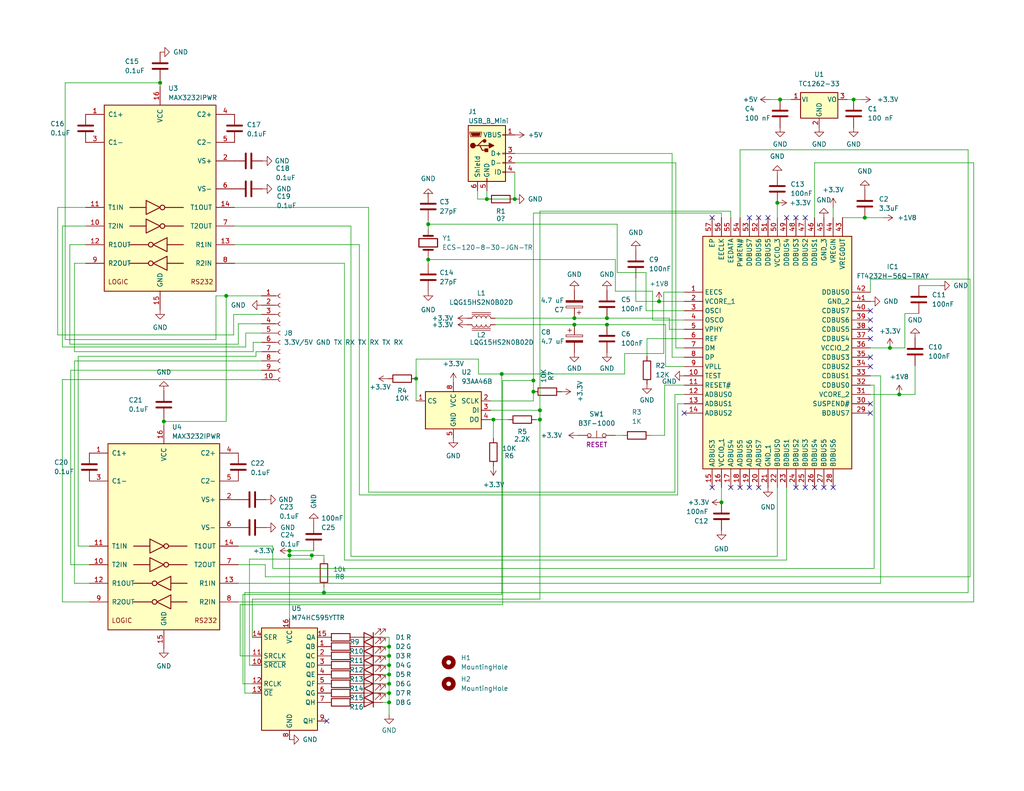
<source format=kicad_sch>
(kicad_sch (version 20230121) (generator eeschema)
  (paper "A")
  (title_block (title "UART Bus Board") (date "2023-08-15") (rev "A") (company "McMillan Enterprises") (comment 1 "https://mcmillan.website"))
  (lib_symbols
    (symbol "+1V8_1" (power) (pin_names (offset 0))
      (property "Value" "+1V8_1" (at 0 4.826 0))
      (symbol "+1V8_1_1_1"
        (pin passive line (at 0 0 90) (length 0) hide (name "+1V8") (number "1"))
      )
    )
    (symbol "+1V8_2" (power) (pin_names (offset 0))
      (property "Value" "+1V8_2" (at 0 3.81 90))
      (symbol "+1V8_2_1_1"
        (pin passive line (at 0 0 90) (length 0) hide (name "+1V8") (number "1"))
      )
    )
    (symbol "74xx:74HC595"
      (property "Reference" "U5" (at 0.508 18.034 0))
      (property "Value" "M74HC595YRM13TR" (at 0.508 15.494 0))
      (symbol "74HC595_1_0"
        (pin tri_state line (at 10.16 7.62 180) (length 2.54) (name "QB") (number "1"))
        (pin input line (at -10.16 2.54 0) (length 2.54) (name "~{SRCLR}") (number "10"))
        (pin input line (at -10.16 5.08 0) (length 2.54) (name "SRCLK") (number "11"))
        (pin input line (at -10.16 -2.54 0) (length 2.54) (name "RCLK") (number "12"))
        (pin input line (at -10.16 -5.08 0) (length 2.54) (name "~{OE}") (number "13"))
        (pin input line (at -10.16 10.16 0) (length 2.54) (name "SER") (number "14"))
        (pin tri_state line (at 10.16 10.16 180) (length 2.54) (name "QA") (number "15"))
        (pin passive line (at 0 15.24 270) (length 2.54) (name "VCC") (number "16"))
        (pin tri_state line (at 10.16 5.08 180) (length 2.54) (name "QC") (number "2"))
        (pin tri_state line (at 10.16 2.54 180) (length 2.54) (name "QD") (number "3"))
        (pin tri_state line (at 10.16 0 180) (length 2.54) (name "QE") (number "4"))
        (pin tri_state line (at 10.16 -2.54 180) (length 2.54) (name "QF") (number "5"))
        (pin tri_state line (at 10.16 -5.08 180) (length 2.54) (name "QG") (number "6"))
        (pin tri_state line (at 10.16 -7.62 180) (length 2.54) (name "QH") (number "7"))
        (pin passive line (at 0 -17.78 90) (length 2.54) (name "GND") (number "8"))
        (pin output line (at 10.16 -12.7 180) (length 2.54) (name "QH'") (number "9"))
      )
    )
    (symbol "Connector:Conn_01x10_Socket" (pin_names (offset 1.016) hide)
      (property "Reference" "J" (at 0 12.7 0))
      (property "Value" "Conn_01x10_Socket" (at 0 -15.24 0))
      (symbol "Conn_01x10_Socket_1_1"
        (pin passive line (at -5.08 10.16 0) (length 3.81) (name "Pin_1") (number "1"))
        (pin passive line (at -5.08 -12.7 0) (length 3.81) (name "Pin_10") (number "10"))
        (pin passive line (at -5.08 7.62 0) (length 3.81) (name "Pin_2") (number "2"))
        (pin passive line (at -5.08 5.08 0) (length 3.81) (name "Pin_3") (number "3"))
        (pin passive line (at -5.08 2.54 0) (length 3.81) (name "Pin_4") (number "4"))
        (pin passive line (at -5.08 0 0) (length 3.81) (name "Pin_5") (number "5"))
        (pin passive line (at -5.08 -2.54 0) (length 3.81) (name "Pin_6") (number "6"))
        (pin passive line (at -5.08 -5.08 0) (length 3.81) (name "Pin_7") (number "7"))
        (pin passive line (at -5.08 -7.62 0) (length 3.81) (name "Pin_8") (number "8"))
        (pin passive line (at -5.08 -10.16 0) (length 3.81) (name "Pin_9") (number "9"))
      )
    )
    (symbol "Connector:USB_B_Mini" (pin_names (offset 1.016))
      (property "Reference" "J" (at -5.08 11.43 0))
      (property "Value" "USB_B_Mini" (at -5.08 8.89 0))
      (symbol "USB_B_Mini_1_1"
        (pin power_out line (at 7.62 5.08 180) (length 2.54) (name "VBUS") (number "1"))
        (pin bidirectional line (at 7.62 -2.54 180) (length 2.54) (name "D-") (number "2"))
        (pin bidirectional line (at 7.62 0 180) (length 2.54) (name "D+") (number "3"))
        (pin passive line (at 7.62 -5.08 180) (length 2.54) (name "ID") (number "4"))
        (pin power_out line (at 0 -10.16 90) (length 2.54) (name "GND") (number "5"))
        (pin passive line (at -2.54 -10.16 90) (length 2.54) (name "Shield") (number "6"))
      )
    )
    (symbol "Custom:FT4232H-56Q-TRAY"
      (property "Reference" "IC1" (at 56.896 6.9281 0))
      (property "Value" "FT4232H-56Q-TRAY" (at 56.896 4.3881 0))
      (symbol "FT4232H-56Q-TRAY_1_1"
        (pin passive line (at 0 0 0) (length 5.08) (name "EECS") (number "1"))
        (pin passive line (at 0 -22.86 0) (length 5.08) (name "TEST") (number "10"))
        (pin passive line (at 0 -25.4 0) (length 5.08) (name "RESET#") (number "11"))
        (pin passive line (at 0 -27.94 0) (length 5.08) (name "ADBUS0") (number "12"))
        (pin passive line (at 0 -30.48 0) (length 5.08) (name "ADBUS1") (number "13"))
        (pin passive line (at 0 -33.02 0) (length 5.08) (name "ADBUS2") (number "14"))
        (pin passive line (at 7.62 -53.34 90) (length 5.08) (name "ADBUS3") (number "15"))
        (pin passive line (at 10.16 -53.34 90) (length 5.08) (name "VCCIO_1") (number "16"))
        (pin passive line (at 12.7 -53.34 90) (length 5.08) (name "ADBUS4") (number "17"))
        (pin passive line (at 15.24 -53.34 90) (length 5.08) (name "ADBUS5") (number "18"))
        (pin passive line (at 17.78 -53.34 90) (length 5.08) (name "ADBUS6") (number "19"))
        (pin passive line (at 0 -2.54 0) (length 5.08) (name "VCORE_1") (number "2"))
        (pin passive line (at 20.32 -53.34 90) (length 5.08) (name "ADBUS7") (number "20"))
        (pin passive line (at 22.86 -53.34 90) (length 5.08) (name "GND_1") (number "21"))
        (pin passive line (at 25.4 -53.34 90) (length 5.08) (name "BDBUS0") (number "22"))
        (pin passive line (at 27.94 -53.34 90) (length 5.08) (name "BDBUS1") (number "23"))
        (pin passive line (at 30.48 -53.34 90) (length 5.08) (name "BDBUS2") (number "24"))
        (pin passive line (at 33.02 -53.34 90) (length 5.08) (name "BDBUS3") (number "25"))
        (pin passive line (at 35.56 -53.34 90) (length 5.08) (name "BDBUS4") (number "26"))
        (pin passive line (at 38.1 -53.34 90) (length 5.08) (name "BDBUS5") (number "27"))
        (pin passive line (at 40.64 -53.34 90) (length 5.08) (name "BDBUS6") (number "28"))
        (pin passive line (at 50.8 -33.02 180) (length 5.08) (name "BDBUS7") (number "29"))
        (pin passive line (at 0 -5.08 0) (length 5.08) (name "OSCI") (number "3"))
        (pin passive line (at 50.8 -30.48 180) (length 5.08) (name "SUSPEND#") (number "30"))
        (pin passive line (at 50.8 -27.94 180) (length 5.08) (name "VCORE_2") (number "31"))
        (pin passive line (at 50.8 -25.4 180) (length 5.08) (name "CDBUS0") (number "32"))
        (pin passive line (at 50.8 -22.86 180) (length 5.08) (name "CDBUS1") (number "33"))
        (pin passive line (at 50.8 -20.32 180) (length 5.08) (name "CDBUS2") (number "34"))
        (pin passive line (at 50.8 -17.78 180) (length 5.08) (name "CDBUS3") (number "35"))
        (pin passive line (at 50.8 -15.24 180) (length 5.08) (name "VCCIO_2") (number "36"))
        (pin passive line (at 50.8 -12.7 180) (length 5.08) (name "CDBUS4") (number "37"))
        (pin passive line (at 50.8 -10.16 180) (length 5.08) (name "CDBUS5") (number "38"))
        (pin passive line (at 50.8 -7.62 180) (length 5.08) (name "CDBUS6") (number "39"))
        (pin passive line (at 0 -7.62 0) (length 5.08) (name "OSCO") (number "4"))
        (pin passive line (at 50.8 -5.08 180) (length 5.08) (name "CDBUS7") (number "40"))
        (pin passive line (at 50.8 -2.54 180) (length 5.08) (name "GND_2") (number "41"))
        (pin passive line (at 50.8 0 180) (length 5.08) (name "DDBUS0") (number "42"))
        (pin passive line (at 43.18 20.32 270) (length 5.08) (name "VREGOUT") (number "43"))
        (pin passive line (at 40.64 20.32 270) (length 5.08) (name "VREGIN") (number "44"))
        (pin passive line (at 38.1 20.32 270) (length 5.08) (name "GND_3") (number "45"))
        (pin passive line (at 35.56 20.32 270) (length 5.08) (name "DDBUS1") (number "46"))
        (pin passive line (at 33.02 20.32 270) (length 5.08) (name "DDBUS2") (number "47"))
        (pin passive line (at 30.48 20.32 270) (length 5.08) (name "DDBUS3") (number "48"))
        (pin passive line (at 27.94 20.32 270) (length 5.08) (name "DDBUS4") (number "49"))
        (pin passive line (at 0 -10.16 0) (length 5.08) (name "VPHY") (number "5"))
        (pin passive line (at 25.4 20.32 270) (length 5.08) (name "VCCIO_3") (number "50"))
        (pin passive line (at 22.86 20.32 270) (length 5.08) (name "DDBUS5") (number "51"))
        (pin passive line (at 20.32 20.32 270) (length 5.08) (name "DDBUS6") (number "52"))
        (pin passive line (at 17.78 20.32 270) (length 5.08) (name "DDBUS7") (number "53"))
        (pin passive line (at 15.24 20.32 270) (length 5.08) (name "PWREN#") (number "54"))
        (pin passive line (at 12.7 20.32 270) (length 5.08) (name "EEDATA") (number "55"))
        (pin passive line (at 10.16 20.32 270) (length 5.08) (name "EECLK") (number "56"))
        (pin passive line (at 7.62 20.32 270) (length 5.08) (name "EP") (number "57"))
        (pin passive line (at 0 -12.7 0) (length 5.08) (name "REF") (number "6"))
        (pin passive line (at 0 -15.24 0) (length 5.08) (name "DM") (number "7"))
        (pin passive line (at 0 -17.78 0) (length 5.08) (name "DP") (number "8"))
        (pin passive line (at 0 -20.32 0) (length 5.08) (name "VPLL") (number "9"))
      )
    )
    (symbol "Device:C" (pin_numbers hide) (pin_names (offset 0.254))
      (property "Reference" "C" (at 0.635 2.54 0))
      (property "Value" "C" (at 0.635 -2.54 0))
      (symbol "C_1_1"
        (pin passive line (at 0 3.81 270) (length 2.794) (name "~") (number "1"))
        (pin passive line (at 0 -3.81 90) (length 2.794) (name "~") (number "2"))
      )
    )
    (symbol "Device:C_Polarized" (pin_numbers hide) (pin_names (offset 0.254))
      (property "Reference" "C" (at 0.635 2.54 0))
      (property "Value" "C_Polarized" (at 0.635 -2.54 0))
      (symbol "C_Polarized_1_1"
        (pin passive line (at 0 3.81 270) (length 2.794) (name "~") (number "1"))
        (pin passive line (at 0 -3.81 90) (length 2.794) (name "~") (number "2"))
      )
    )
    (symbol "Device:Crystal" (pin_numbers hide) (pin_names (offset 1.016) hide)
      (property "Reference" "Y" (at 0 3.81 0))
      (property "Value" "Crystal" (at 0 -3.81 0))
      (symbol "Crystal_1_1"
        (pin passive line (at -3.81 0 0) (length 1.27) (name "1") (number "1"))
        (pin passive line (at 3.81 0 180) (length 1.27) (name "2") (number "2"))
      )
    )
    (symbol "Device:LED" (pin_numbers hide) (pin_names (offset 1.016) hide)
      (property "Reference" "D" (at 0 2.54 0))
      (property "Value" "LED" (at 0 -2.54 0))
      (symbol "LED_1_1"
        (pin passive line (at -3.81 0 0) (length 2.54) (name "K") (number "1"))
        (pin passive line (at 3.81 0 180) (length 2.54) (name "A") (number "2"))
      )
    )
    (symbol "Device:L_Iron" (pin_numbers hide) (pin_names (offset 1.016) hide)
      (property "Reference" "L" (at -1.27 0 90))
      (property "Value" "L_Iron" (at 2.794 0 90))
      (symbol "L_Iron_1_1"
        (pin passive line (at 0 3.81 270) (length 1.27) (name "1") (number "1"))
        (pin passive line (at 0 -3.81 90) (length 1.27) (name "2") (number "2"))
      )
    )
    (symbol "Device:R" (pin_numbers hide) (pin_names (offset 0))
      (property "Reference" "R" (at 2.032 0 90))
      (property "Value" "R" (at 0 0 90))
      (symbol "R_1_1"
        (pin passive line (at 0 3.81 270) (length 1.27) (name "~") (number "1"))
        (pin passive line (at 0 -3.81 90) (length 1.27) (name "~") (number "2"))
      )
    )
    (symbol "Interface_UART:MAX3232" (pin_names (offset 1.016))
      (property "Reference" "U4" (at 2.1941 29.972 0))
      (property "Value" "MAX3232IPWR" (at 2.1941 27.432 0))
      (symbol "MAX3232_0_0"
        (text "LOGIC" (at -11.43 -22.86 0) (effects (font (size 1.27 1.27))))
        (text "RS232" (at 11.43 -22.86 0) (effects (font (size 1.27 1.27))))
      )
      (symbol "MAX3232_1_1"
        (pin passive line (at -20.32 22.86 0) (length 5.08) (name "C1+") (number "1"))
        (pin input line (at -20.32 -7.62 0) (length 5.08) (name "T2IN") (number "10"))
        (pin input line (at -20.32 -2.54 0) (length 5.08) (name "T1IN") (number "11"))
        (pin output line (at -20.32 -12.7 0) (length 5.08) (name "R1OUT") (number "12"))
        (pin input line (at 20.32 -12.7 180) (length 5.08) (name "R1IN") (number "13"))
        (pin output line (at 20.32 -2.54 180) (length 5.08) (name "T1OUT") (number "14"))
        (pin passive line (at 0 -30.48 90) (length 5.08) (name "GND") (number "15"))
        (pin passive line (at 0 30.48 270) (length 5.08) (name "VCC") (number "16"))
        (pin power_out line (at 20.32 10.16 180) (length 5.08) (name "VS+") (number "2"))
        (pin passive line (at -20.32 15.24 0) (length 5.08) (name "C1-") (number "3"))
        (pin passive line (at 20.32 22.86 180) (length 5.08) (name "C2+") (number "4"))
        (pin passive line (at 20.32 15.24 180) (length 5.08) (name "C2-") (number "5"))
        (pin power_out line (at 20.32 2.54 180) (length 5.08) (name "VS-") (number "6"))
        (pin output line (at 20.32 -7.62 180) (length 5.08) (name "T2OUT") (number "7"))
        (pin input line (at 20.32 -17.78 180) (length 5.08) (name "R2IN") (number "8"))
        (pin output line (at -20.32 -17.78 0) (length 5.08) (name "R2OUT") (number "9"))
      )
    )
    (symbol "MAX3232_1" (pin_names (offset 1.016))
      (property "Reference" "U3" (at 2.1941 29.972 0))
      (property "Value" "MAX3232IPWR" (at 2.1941 27.432 0))
      (symbol "MAX3232_1_0_0"
        (text "LOGIC" (at -11.43 -22.86 0) (effects (font (size 1.27 1.27))))
        (text "RS232" (at 11.43 -22.86 0) (effects (font (size 1.27 1.27))))
      )
      (symbol "MAX3232_1_1_1"
        (pin passive line (at -20.32 22.86 0) (length 5.08) (name "C1+") (number "1"))
        (pin input line (at -20.32 -7.62 0) (length 5.08) (name "T2IN") (number "10"))
        (pin input line (at -20.32 -2.54 0) (length 5.08) (name "T1IN") (number "11"))
        (pin output line (at -20.32 -12.7 0) (length 5.08) (name "R1OUT") (number "12"))
        (pin input line (at 20.32 -12.7 180) (length 5.08) (name "R1IN") (number "13"))
        (pin output line (at 20.32 -2.54 180) (length 5.08) (name "T1OUT") (number "14"))
        (pin passive line (at 0 -30.48 90) (length 5.08) (name "GND") (number "15"))
        (pin passive line (at 0 30.48 270) (length 5.08) (name "VCC") (number "16"))
        (pin power_out line (at 20.32 10.16 180) (length 5.08) (name "VS+") (number "2"))
        (pin passive line (at -20.32 15.24 0) (length 5.08) (name "C1-") (number "3"))
        (pin passive line (at 20.32 22.86 180) (length 5.08) (name "C2+") (number "4"))
        (pin passive line (at 20.32 15.24 180) (length 5.08) (name "C2-") (number "5"))
        (pin power_out line (at 20.32 2.54 180) (length 5.08) (name "VS-") (number "6"))
        (pin output line (at 20.32 -7.62 180) (length 5.08) (name "T2OUT") (number "7"))
        (pin input line (at 20.32 -17.78 180) (length 5.08) (name "R2IN") (number "8"))
        (pin output line (at -20.32 -17.78 0) (length 5.08) (name "R2OUT") (number "9"))
      )
    )
    (symbol "Mechanical:MountingHole" (pin_names (offset 1.016))
      (property "Reference" "H" (at 0 5.08 0))
      (property "Value" "MountingHole" (at 0 3.175 0))
    )
    (symbol "Memory_EEPROM:93AAxxB"
      (property "Reference" "U" (at -7.62 6.35 0))
      (property "Value" "93AAxxB" (at 2.54 -6.35 0))
      (symbol "93AAxxB_1_1"
        (pin input line (at -10.16 2.54 0) (length 2.54) (name "CS") (number "1"))
        (pin input line (at 10.16 2.54 180) (length 2.54) (name "SCLK") (number "2"))
        (pin input line (at 10.16 0 180) (length 2.54) (name "DI") (number "3"))
        (pin tri_state line (at 10.16 -2.54 180) (length 2.54) (name "DO") (number "4"))
        (pin power_in line (at 0 -7.62 90) (length 2.54) (name "GND") (number "5"))
        (pin no_connect line (at -7.62 0 0) (length 2.54) hide (name "NC") (number "6"))
        (pin no_connect line (at -7.62 -2.54 0) (length 2.54) hide (name "NC") (number "7"))
        (pin power_in line (at 0 7.62 270) (length 2.54) (name "VCC") (number "8"))
      )
    )
    (symbol "Regulator_Linear:TC1262-33" (pin_names (offset 0.254))
      (property "Reference" "U" (at -3.81 3.175 0))
      (property "Value" "TC1262-33" (at 0 3.175 0))
      (symbol "TC1262-33_1_1"
        (pin power_in line (at -7.62 0 0) (length 2.54) (name "VI") (number "1"))
        (pin power_in line (at 0 -7.62 90) (length 2.54) (name "GND") (number "2"))
        (pin power_out line (at 7.62 0 180) (length 2.54) (name "VO") (number "3"))
      )
    )
    (symbol "Switch:SW_Push_Open" (pin_numbers hide) (pin_names (offset 1.016) hide)
      (property "Reference" "SW" (at 0 2.54 0))
      (property "Value" "SW_Push_Open" (at 0 -1.905 0))
      (symbol "SW_Push_Open_0_1"
        (pin passive line (at -5.08 0 0) (length 2.54) (name "A") (number "1"))
      )
      (symbol "SW_Push_Open_1_1"
        (pin passive line (at 5.08 0 180) (length 2.54) (name "B") (number "2"))
      )
    )
    (symbol "power:+1V8" (power) (pin_names (offset 0))
      (property "Value" "+1V8" (at 0 4.826 0))
      (symbol "+1V8_1_1"
        (pin passive line (at 0 0 90) (length 0) hide (name "+1V8") (number "1"))
      )
    )
    (symbol "power:+3.3V" (power) (pin_names (offset 0))
      (property "Value" "+3.3V" (at 0 3.556 0))
      (symbol "+3.3V_1_1"
        (pin power_in line (at 0 0 90) (length 0) hide (name "+3.3V") (number "1"))
      )
    )
    (symbol "power:+5V" (power) (pin_names (offset 0))
      (property "Value" "+5V" (at 0 3.556 0))
      (symbol "+5V_1_1"
        (pin power_in line (at 0 0 90) (length 0) hide (name "+5V") (number "1"))
      )
    )
    (symbol "power:GND" (power) (pin_names (offset 0))
      (property "Value" "GND" (at 0 -3.81 0))
      (symbol "GND_1_1"
        (pin power_in line (at 0 0 270) (length 0) hide (name "GND") (number "1"))
      )
    )
  )
  (junction (at 145.542 103.886))
  (junction (at 88.392 161.798))
  (junction (at 85.09 151.638))
  (junction (at 212.09 55.372))
  (junction (at 245.364 107.696))
  (junction (at 196.85 137.16))
  (junction (at 106.172 189.23))
  (junction (at 78.994 151.638))
  (junction (at 106.172 184.15))
  (junction (at 106.172 181.61))
  (junction (at 106.172 186.69))
  (junction (at 165.608 88.646))
  (junction (at 43.688 22.606))
  (junction (at 232.918 27.178))
  (junction (at 147.32 112.014))
  (junction (at 61.722 80.772))
  (junction (at 134.62 114.554))
  (junction (at 156.718 88.646))
  (junction (at 235.966 59.436))
  (junction (at 132.842 54.356))
  (junction (at 140.462 54.356))
  (junction (at 44.704 115.062))
  (junction (at 113.538 103.378))
  (junction (at 156.718 86.868))
  (junction (at 212.852 27.178))
  (junction (at 165.608 86.868))
  (junction (at 106.172 179.07))
  (junction (at 106.172 176.53))
  (junction (at 179.832 82.296))
  (junction (at 136.906 102.108))
  (junction (at 145.542 106.934))
  (junction (at 147.32 114.554))
  (junction (at 116.84 70.866))
  (junction (at 116.84 61.214))
  (junction (at 242.824 94.996))
  (junction (at 106.172 191.77))
  (junction (at 78.994 150.368))
  (no_connect (at 237.49 92.456))
  (no_connect (at 237.49 89.916))
  (no_connect (at 207.01 59.436))
  (no_connect (at 237.49 84.836))
  (no_connect (at 227.33 133.096))
  (no_connect (at 237.49 110.236))
  (no_connect (at 224.79 133.096))
  (no_connect (at 194.31 59.436))
  (no_connect (at 199.39 133.096))
  (no_connect (at 217.17 59.436))
  (no_connect (at 194.31 133.096))
  (no_connect (at 219.71 133.096))
  (no_connect (at 204.47 133.096))
  (no_connect (at 237.49 112.776))
  (no_connect (at 89.154 196.85))
  (no_connect (at 201.93 133.096))
  (no_connect (at 237.49 100.076))
  (no_connect (at 209.55 59.436))
  (no_connect (at 217.17 133.096))
  (no_connect (at 214.63 59.436))
  (no_connect (at 219.71 59.436))
  (no_connect (at 237.49 97.536))
  (no_connect (at 222.25 133.096))
  (no_connect (at 186.69 112.776))
  (no_connect (at 237.49 87.376))
  (no_connect (at 207.01 133.096))
  (no_connect (at 204.47 59.436))
  (wire (pts (xy 242.824 94.996) (xy 246.888 94.996)))
  (wire (pts (xy 212.09 59.436) (xy 212.09 55.372)))
  (wire (pts (xy 65.532 179.07) (xy 68.834 179.07)))
  (wire (pts (xy 167.894 79.502) (xy 167.894 70.866)))
  (wire (pts (xy 210.058 27.178) (xy 212.852 27.178)))
  (wire (pts (xy 64.008 71.882) (xy 93.98 71.882)))
  (wire (pts (xy 136.906 102.108) (xy 136.906 162.306)))
  (wire (pts (xy 104.394 176.53) (xy 106.172 176.53)))
  (wire (pts (xy 69.85 97.282) (xy 69.85 96.012)))
  (wire (pts (xy 264.668 76.2) (xy 237.49 76.2)))
  (wire (pts (xy 181.61 100.076) (xy 181.61 88.646)))
  (wire (pts (xy 43.688 21.844) (xy 43.688 22.606)))
  (wire (pts (xy 104.394 189.23) (xy 106.172 189.23)))
  (wire (pts (xy 104.394 186.69) (xy 106.172 186.69)))
  (wire (pts (xy 178.054 87.376) (xy 178.054 79.502)))
  (wire (pts (xy 72.39 154.178) (xy 72.39 157.48)))
  (wire (pts (xy 104.394 181.61) (xy 106.172 181.61)))
  (wire (pts (xy 113.538 103.378) (xy 113.538 109.474)))
  (wire (pts (xy 43.688 22.606) (xy 43.688 23.622)))
  (wire (pts (xy 137.16 103.886) (xy 137.16 165.1)))
  (wire (pts (xy 67.056 94.742) (xy 67.056 90.932)))
  (wire (pts (xy 58.928 92.71) (xy 58.928 80.772)))
  (wire (pts (xy 106.172 176.53) (xy 106.172 179.07)))
  (wire (pts (xy 170.434 96.52) (xy 170.434 102.108)))
  (wire (pts (xy 181.102 79.756) (xy 186.69 79.756)))
  (wire (pts (xy 167.894 118.872) (xy 169.926 118.872)))
  (wire (pts (xy 19.05 66.802) (xy 19.05 93.98)))
  (wire (pts (xy 184.15 107.696) (xy 186.69 107.696)))
  (wire (pts (xy 66.802 161.798) (xy 88.392 161.798)))
  (wire (pts (xy 15.748 91.44) (xy 63.754 91.44)))
  (wire (pts (xy 238.506 155.194) (xy 238.506 105.156)))
  (wire (pts (xy 184.912 110.236) (xy 186.69 110.236)))
  (wire (pts (xy 245.364 107.696) (xy 249.682 107.696)))
  (wire (pts (xy 133.858 112.014) (xy 147.32 112.014)))
  (wire (pts (xy 113.538 98.044) (xy 113.538 103.378)))
  (wire (pts (xy 17.018 61.722) (xy 17.018 94.742)))
  (wire (pts (xy 173.482 75.946) (xy 173.482 82.296)))
  (wire (pts (xy 237.49 107.696) (xy 245.364 107.696)))
  (wire (pts (xy 196.85 133.096) (xy 196.85 137.16)))
  (wire (pts (xy 140.462 41.91) (xy 183.388 41.91)))
  (wire (pts (xy 21.336 97.282) (xy 69.85 97.282)))
  (wire (pts (xy 44.704 115.062) (xy 44.704 116.078)))
  (wire (pts (xy 181.356 105.156) (xy 186.69 105.156)))
  (wire (pts (xy 78.994 151.638) (xy 85.09 151.638)))
  (wire (pts (xy 136.906 162.306) (xy 66.294 162.306)))
  (wire (pts (xy 63.754 85.852) (xy 71.374 85.852)))
  (wire (pts (xy 68.072 181.61) (xy 68.072 152.654)))
  (wire (pts (xy 95.758 151.892) (xy 212.09 151.892)))
  (wire (pts (xy 214.63 133.096) (xy 214.63 152.908)))
  (wire (pts (xy 145.542 103.886) (xy 145.542 58.166)))
  (wire (pts (xy 61.722 115.062) (xy 61.722 80.772)))
  (wire (pts (xy 156.718 86.868) (xy 165.608 86.868)))
  (wire (pts (xy 183.388 97.536) (xy 186.69 97.536)))
  (wire (pts (xy 106.172 189.23) (xy 106.172 191.77)))
  (wire (pts (xy 182.626 89.916) (xy 186.69 89.916)))
  (wire (pts (xy 100.584 56.642) (xy 100.584 134.366)))
  (wire (pts (xy 64.008 61.722) (xy 95.758 61.722)))
  (wire (pts (xy 104.394 184.15) (xy 106.172 184.15)))
  (wire (pts (xy 212.09 151.892) (xy 212.09 133.096)))
  (wire (pts (xy 65.024 159.258) (xy 240.284 159.258)))
  (wire (pts (xy 69.85 96.012) (xy 71.374 96.012)))
  (wire (pts (xy 44.704 115.062) (xy 61.722 115.062)))
  (wire (pts (xy 69.088 93.472) (xy 71.374 93.472)))
  (wire (pts (xy 85.09 151.638) (xy 88.392 151.638)))
  (wire (pts (xy 78.994 150.368) (xy 78.994 151.638)))
  (wire (pts (xy 176.53 92.456) (xy 176.53 97.282)))
  (wire (pts (xy 237.49 94.996) (xy 242.824 94.996)))
  (wire (pts (xy 133.858 109.474) (xy 145.542 109.474)))
  (wire (pts (xy 182.626 89.916) (xy 182.626 86.868)))
  (wire (pts (xy 20.32 71.882) (xy 20.32 96.012)))
  (wire (pts (xy 167.894 70.866) (xy 116.84 70.866)))
  (wire (pts (xy 165.608 86.868) (xy 182.626 86.868)))
  (wire (pts (xy 212.852 27.178) (xy 215.9 27.178)))
  (wire (pts (xy 98.044 135.128) (xy 184.912 135.128)))
  (wire (pts (xy 65.024 93.98) (xy 65.024 88.392)))
  (wire (pts (xy 178.054 87.376) (xy 186.69 87.376)))
  (wire (pts (xy 184.404 94.996) (xy 186.69 94.996)))
  (wire (pts (xy 184.15 134.366) (xy 184.15 107.696)))
  (wire (pts (xy 140.462 54.356) (xy 140.462 46.99)))
  (wire (pts (xy 15.748 56.642) (xy 15.748 91.44)))
  (wire (pts (xy 181.102 79.756) (xy 181.102 96.52)))
  (wire (pts (xy 238.506 105.156) (xy 237.49 105.156)))
  (wire (pts (xy 78.994 151.638) (xy 78.994 168.91)))
  (wire (pts (xy 74.422 155.194) (xy 238.506 155.194)))
  (wire (pts (xy 88.392 161.798) (xy 264.16 161.798)))
  (wire (pts (xy 147.32 163.576) (xy 147.32 114.554)))
  (wire (pts (xy 65.024 88.392) (xy 71.374 88.392)))
  (wire (pts (xy 93.98 152.908) (xy 214.63 152.908)))
  (wire (pts (xy 23.368 61.722) (xy 17.018 61.722)))
  (wire (pts (xy 65.024 149.098) (xy 74.422 149.098)))
  (wire (pts (xy 106.172 184.15) (xy 106.172 186.69)))
  (wire (pts (xy 17.018 94.742) (xy 67.056 94.742)))
  (wire (pts (xy 176.53 92.456) (xy 186.69 92.456)))
  (wire (pts (xy 106.172 191.77) (xy 106.172 195.072)))
  (wire (pts (xy 156.718 88.646) (xy 165.608 88.646)))
  (wire (pts (xy 265.684 164.338) (xy 265.684 44.45)))
  (wire (pts (xy 130.302 54.356) (xy 132.842 54.356)))
  (wire (pts (xy 20.32 98.552) (xy 71.374 98.552)))
  (wire (pts (xy 165.608 88.646) (xy 181.61 88.646)))
  (wire (pts (xy 133.858 114.554) (xy 134.62 114.554)))
  (wire (pts (xy 176.276 84.836) (xy 176.276 74.422)))
  (wire (pts (xy 85.09 152.654) (xy 85.09 151.638)))
  (wire (pts (xy 145.542 103.886) (xy 137.16 103.886)))
  (wire (pts (xy 135.128 88.646) (xy 156.718 88.646)))
  (wire (pts (xy 88.392 151.638) (xy 88.392 152.654)))
  (wire (pts (xy 132.842 52.07) (xy 132.842 54.356)))
  (wire (pts (xy 93.98 71.882) (xy 93.98 152.908)))
  (wire (pts (xy 19.304 154.178) (xy 19.304 101.092)))
  (wire (pts (xy 176.276 74.422) (xy 168.402 74.422)))
  (wire (pts (xy 68.834 181.61) (xy 68.072 181.61)))
  (wire (pts (xy 23.368 71.882) (xy 20.32 71.882)))
  (wire (pts (xy 237.49 76.2) (xy 237.49 79.756)))
  (wire (pts (xy 136.906 102.108) (xy 130.556 102.108)))
  (wire (pts (xy 58.928 80.772) (xy 61.722 80.772)))
  (wire (pts (xy 168.402 74.422) (xy 168.402 61.214)))
  (wire (pts (xy 232.918 27.178) (xy 231.14 27.178)))
  (wire (pts (xy 61.722 80.772) (xy 71.374 80.772)))
  (wire (pts (xy 17.78 92.71) (xy 58.928 92.71)))
  (wire (pts (xy 17.018 103.632) (xy 71.374 103.632)))
  (wire (pts (xy 240.284 102.616) (xy 237.49 102.616)))
  (wire (pts (xy 145.542 109.474) (xy 145.542 106.934)))
  (wire (pts (xy 135.128 86.868) (xy 156.718 86.868)))
  (wire (pts (xy 184.912 135.128) (xy 184.912 110.236)))
  (wire (pts (xy 140.462 44.45) (xy 184.404 44.45)))
  (wire (pts (xy 134.62 114.554) (xy 138.684 114.554)))
  (wire (pts (xy 265.684 44.45) (xy 222.25 44.45)))
  (wire (pts (xy 106.172 181.61) (xy 106.172 184.15)))
  (wire (pts (xy 24.384 164.338) (xy 17.018 164.338)))
  (wire (pts (xy 146.304 114.554) (xy 147.32 114.554)))
  (wire (pts (xy 201.93 40.894) (xy 201.93 59.436)))
  (wire (pts (xy 98.044 66.802) (xy 98.044 135.128)))
  (wire (pts (xy 21.336 149.098) (xy 21.336 97.282)))
  (wire (pts (xy 137.16 165.1) (xy 65.532 165.1)))
  (wire (pts (xy 23.368 56.642) (xy 15.748 56.642)))
  (wire (pts (xy 116.84 61.214) (xy 116.84 62.484)))
  (wire (pts (xy 44.704 114.3) (xy 44.704 115.062)))
  (wire (pts (xy 246.888 85.598) (xy 250.698 85.598)))
  (wire (pts (xy 235.966 59.436) (xy 241.046 59.436)))
  (wire (pts (xy 24.384 159.258) (xy 20.32 159.258)))
  (wire (pts (xy 19.05 93.98) (xy 65.024 93.98)))
  (wire (pts (xy 43.688 22.606) (xy 17.78 22.606)))
  (wire (pts (xy 66.294 186.69) (xy 68.834 186.69)))
  (wire (pts (xy 85.598 150.368) (xy 78.994 150.368)))
  (wire (pts (xy 199.39 57.658) (xy 199.39 59.436)))
  (wire (pts (xy 116.84 70.866) (xy 116.84 70.104)))
  (wire (pts (xy 130.556 98.044) (xy 113.538 98.044)))
  (wire (pts (xy 17.018 164.338) (xy 17.018 103.632)))
  (wire (pts (xy 104.394 173.99) (xy 106.172 173.99)))
  (wire (pts (xy 95.758 61.722) (xy 95.758 151.892)))
  (wire (pts (xy 234.95 27.178) (xy 232.918 27.178)))
  (wire (pts (xy 229.87 59.436) (xy 235.966 59.436)))
  (wire (pts (xy 170.434 102.108) (xy 136.906 102.108)))
  (wire (pts (xy 100.584 134.366) (xy 184.15 134.366)))
  (wire (pts (xy 249.682 99.822) (xy 249.682 107.696)))
  (wire (pts (xy 177.546 118.872) (xy 181.356 118.872)))
  (wire (pts (xy 66.294 162.306) (xy 66.294 186.69)))
  (wire (pts (xy 64.008 56.642) (xy 100.584 56.642)))
  (wire (pts (xy 196.85 58.166) (xy 196.85 59.436)))
  (wire (pts (xy 132.842 54.356) (xy 140.462 54.356)))
  (wire (pts (xy 181.356 105.156) (xy 181.356 118.872)))
  (wire (pts (xy 176.276 84.836) (xy 186.69 84.836)))
  (wire (pts (xy 20.32 159.258) (xy 20.32 98.552)))
  (wire (pts (xy 65.024 154.178) (xy 72.39 154.178)))
  (wire (pts (xy 116.84 60.198) (xy 116.84 61.214)))
  (wire (pts (xy 23.368 66.802) (xy 19.05 66.802)))
  (wire (pts (xy 17.78 22.606) (xy 17.78 92.71)))
  (wire (pts (xy 184.404 44.45) (xy 184.404 94.996)))
  (wire (pts (xy 68.834 173.99) (xy 68.834 163.576)))
  (wire (pts (xy 264.668 157.48) (xy 264.668 76.2)))
  (wire (pts (xy 104.394 191.77) (xy 106.172 191.77)))
  (wire (pts (xy 116.84 61.214) (xy 168.402 61.214)))
  (wire (pts (xy 181.102 96.52) (xy 170.434 96.52)))
  (wire (pts (xy 20.32 96.012) (xy 69.088 96.012)))
  (wire (pts (xy 145.542 106.934) (xy 145.542 103.886)))
  (wire (pts (xy 227.33 56.642) (xy 227.33 59.436)))
  (wire (pts (xy 65.024 164.338) (xy 265.684 164.338)))
  (wire (pts (xy 74.422 149.098) (xy 74.422 155.194)))
  (wire (pts (xy 250.698 77.978) (xy 256.54 77.978)))
  (wire (pts (xy 72.39 157.48) (xy 264.668 157.48)))
  (wire (pts (xy 106.172 173.99) (xy 106.172 176.53)))
  (wire (pts (xy 24.384 154.178) (xy 19.304 154.178)))
  (wire (pts (xy 240.284 159.258) (xy 240.284 102.616)))
  (wire (pts (xy 147.32 57.658) (xy 199.39 57.658)))
  (wire (pts (xy 130.302 52.07) (xy 130.302 54.356)))
  (wire (pts (xy 181.61 100.076) (xy 186.69 100.076)))
  (wire (pts (xy 106.172 186.69) (xy 106.172 189.23)))
  (wire (pts (xy 65.532 165.1) (xy 65.532 179.07)))
  (wire (pts (xy 130.556 102.108) (xy 130.556 98.044)))
  (wire (pts (xy 179.832 82.296) (xy 186.69 82.296)))
  (wire (pts (xy 264.16 161.798) (xy 264.16 40.894)))
  (wire (pts (xy 116.84 71.882) (xy 116.84 70.866)))
  (wire (pts (xy 246.888 85.598) (xy 246.888 94.996)))
  (wire (pts (xy 64.008 66.802) (xy 98.044 66.802)))
  (wire (pts (xy 134.62 119.634) (xy 134.62 114.554)))
  (wire (pts (xy 88.392 160.274) (xy 88.392 161.798)))
  (wire (pts (xy 67.056 90.932) (xy 71.374 90.932)))
  (wire (pts (xy 106.172 179.07) (xy 106.172 181.61)))
  (wire (pts (xy 147.32 112.014) (xy 147.32 57.658)))
  (wire (pts (xy 68.072 152.654) (xy 85.09 152.654)))
  (wire (pts (xy 63.754 91.44) (xy 63.754 85.852)))
  (wire (pts (xy 147.32 114.554) (xy 147.32 112.014)))
  (wire (pts (xy 116.84 52.578) (xy 116.84 54.102)))
  (wire (pts (xy 222.25 44.45) (xy 222.25 59.436)))
  (wire (pts (xy 24.384 149.098) (xy 21.336 149.098)))
  (wire (pts (xy 183.388 41.91) (xy 183.388 97.536)))
  (wire (pts (xy 145.542 58.166) (xy 196.85 58.166)))
  (wire (pts (xy 264.16 40.894) (xy 201.93 40.894)))
  (wire (pts (xy 69.088 96.012) (xy 69.088 93.472)))
  (wire (pts (xy 178.054 79.502) (xy 167.894 79.502)))
  (wire (pts (xy 68.834 163.576) (xy 147.32 163.576)))
  (wire (pts (xy 68.834 189.23) (xy 66.802 189.23)))
  (wire (pts (xy 19.304 101.092) (xy 71.374 101.092)))
  (wire (pts (xy 66.802 189.23) (xy 66.802 161.798)))
  (wire (pts (xy 104.394 179.07) (xy 106.172 179.07)))
  (wire (pts (xy 173.482 82.296) (xy 179.832 82.296)))
  (symbol (lib_id "power:GND") (at 116.84 79.502 0) (unit 1)
    (property "Reference" "#PWR038" (effects hide))
    (property "Value" "GND" (at 116.84 84.582 0))
  )
  (symbol (lib_id "Connector:Conn_01x10_Socket") (at 76.454 90.932 0) (unit 1)
    (property "Reference" "J8" (at 77.47 90.932 0) (effects (justify left)))
    (property "Value" "3.3V/5V GND TX RX TX RX TX RX" (at 77.47 93.472 0) (effects (justify left)))
    (property "Footprint" "Connector_JST:JST_XH_B10B-XH-A_1x10_P2.50mm_Vertical" (effects hide))
  )
  (symbol (lib_name "+1V8_1") (lib_id "power:+1V8") (at 179.832 82.296 0) (unit 1)
    (property "Reference" "#PWR026" (effects hide))
    (property "Value" "+1V8" (at 179.832 77.47 0))
  )
  (symbol (lib_id "power:GND") (at 72.644 144.018 90) (unit 1)
    (property "Reference" "#PWR046" (effects hide))
    (property "Value" "GND" (at 76.454 144.018 90) (effects (justify right)))
  )
  (symbol (lib_id "power:GND") (at 249.682 92.202 180) (unit 1)
    (property "Reference" "#PWR027" (effects hide))
    (property "Value" "GND" (at 249.682 87.376 0))
  )
  (symbol (lib_id "Device:R") (at 92.964 173.99 90) (unit 1)
    (property "Reference" "R9" (at 96.774 175.26 90))
    (property "Value" "330R" (effects hide))
    (property "Footprint" "Resistor_SMD:R_0201_0603Metric" (effects hide))
  )
  (symbol (lib_id "power:GND") (at 156.718 79.248 180) (unit 1)
    (property "Reference" "#PWR018" (effects hide))
    (property "Value" "GND" (at 156.718 74.93 0))
  )
  (symbol (lib_id "Device:R") (at 134.62 123.444 180) (unit 1)
    (property "Reference" "R6" (at 138.938 124.46 0))
    (property "Value" "10K" (at 138.938 122.428 0))
    (property "Footprint" "Resistor_SMD:R_0201_0603Metric" (effects hide))
  )
  (symbol (lib_id "Device:C") (at 65.024 127.508 0) (unit 1)
    (property "Reference" "C22" (at 68.326 126.492 0) (effects (justify left)))
    (property "Value" "0.1uF" (at 68.326 129.032 0) (effects (justify left)))
    (property "Footprint" "Capacitor_SMD:C_0201_0603Metric" (effects hide))
  )
  (symbol (lib_id "power:GND") (at 224.79 59.436 180) (unit 1)
    (property "Reference" "#PWR022" (effects hide))
    (property "Value" "GND" (at 224.79 54.61 0))
  )
  (symbol (lib_id "Device:C") (at 64.008 35.052 0) (unit 1)
    (property "Reference" "C17" (at 67.31 34.036 0) (effects (justify left)))
    (property "Value" "0.1uF" (at 67.31 36.576 0) (effects (justify left)))
    (property "Footprint" "Capacitor_SMD:C_0201_0603Metric" (effects hide))
  )
  (symbol (lib_id "Device:C") (at 43.688 18.034 0) (unit 1)
    (property "Reference" "C15" (at 34.036 16.764 0) (effects (justify left)))
    (property "Value" "0.1uF" (at 34.036 19.304 0) (effects (justify left)))
    (property "Footprint" "Capacitor_SMD:C_0201_0603Metric" (effects hide))
  )
  (symbol (lib_id "Device:R") (at 142.494 114.554 90) (unit 1)
    (property "Reference" "R5" (at 142.494 117.856 90))
    (property "Value" "2.2K" (at 142.494 119.888 90))
    (property "Footprint" "Resistor_SMD:R_0201_0603Metric" (effects hide))
  )
  (symbol (lib_id "power:GND") (at 235.966 51.816 180) (unit 1)
    (property "Reference" "#PWR011" (effects hide))
    (property "Value" "GND" (at 235.966 46.736 0))
  )
  (symbol (lib_id "Device:R") (at 92.964 179.07 90) (unit 1)
    (property "Reference" "R11" (at 97.282 180.34 90))
    (property "Value" "330R" (effects hide))
    (property "Footprint" "Resistor_SMD:R_0201_0603Metric" (effects hide))
  )
  (symbol (lib_id "power:GND") (at 71.628 51.562 90) (unit 1)
    (property "Reference" "#PWR039" (effects hide))
    (property "Value" "GND" (at 75.438 51.562 90) (effects (justify right)))
  )
  (symbol (lib_id "Memory_EEPROM:93AAxxB") (at 123.698 112.014 0) (unit 1)
    (property "Reference" "U2" (at 125.8921 101.6 0) (effects (justify left)))
    (property "Value" "93AA46B" (at 125.8921 104.14 0) (effects (justify left)))
    (property "Footprint" "Package_SO:MSOP-8_3x3mm_P0.65mm" (effects hide))
    (property "Datasheet" "http://ww1.microchip.com/downloads/en/DeviceDoc/20001749K.pdf" (effects hide))
  )
  (symbol (lib_id "74xx:74HC595") (at 78.994 184.15 0) (unit 1)
    (property "Reference" "U5" (at 79.502 166.116 0) (effects (justify left)))
    (property "Value" "M74HC595YTTR" (at 79.502 168.656 0) (effects (justify left)))
    (property "Footprint" "Package_SO:TSSOP-16_4.4x5mm_P0.65mm" (effects hide))
    (property "Datasheet" "http://www.ti.com/lit/ds/symlink/sn74hc595.pdf" (effects hide))
  )
  (symbol (lib_id "power:GND") (at 237.49 82.296 90) (unit 1)
    (property "Reference" "#PWR023" (effects hide))
    (property "Value" "GND" (at 241.046 82.296 90) (effects (justify right)))
  )
  (symbol (lib_id "power:GND") (at 156.718 96.266 0) (unit 1)
    (property "Reference" "#PWR020" (effects hide))
    (property "Value" "GND" (at 156.718 100.584 0))
  )
  (symbol (lib_id "Device:C") (at 116.84 75.692 0) (unit 1)
    (property "Reference" "C14" (at 119.888 74.422 0) (effects (justify left)))
    (property "Value" "27pF" (at 119.888 76.962 0) (effects (justify left)))
    (property "Footprint" "Capacitor_SMD:C_0201_0603Metric" (effects hide))
  )
  (symbol (lib_id "power:+3.3V") (at 242.824 94.996 0) (unit 1)
    (property "Reference" "#PWR02" (effects hide))
    (property "Value" "+3.3V" (at 242.824 90.424 0))
  )
  (symbol (lib_id "power:+3.3V") (at 212.09 55.372 270) (unit 1)
    (property "Reference" "#PWR032" (effects hide))
    (property "Value" "+3.3V" (at 215.392 55.372 90) (effects (justify left)))
  )
  (symbol (lib_id "Device:C") (at 116.84 56.388 0) (unit 1)
    (property "Reference" "C3" (at 119.888 55.118 0) (effects (justify left)))
    (property "Value" "27pF" (at 119.888 57.658 0) (effects (justify left)))
    (property "Footprint" "Capacitor_SMD:C_0201_0603Metric" (effects hide))
  )
  (symbol (lib_id "Connector:USB_B_Mini") (at 132.842 41.91 0) (unit 1)
    (property "Reference" "J1" (at 127.762 30.48 0) (effects (justify left)))
    (property "Value" "USB_B_Mini" (at 127.762 33.02 0) (effects (justify left)))
    (property "Footprint" "Connector_USB:USB_Mini-B_Tensility_54-00023_Vertical" (effects hide))
  )
  (symbol (lib_id "Device:C") (at 249.682 96.012 0) (unit 1)
    (property "Reference" "C10" (at 253.238 94.742 0) (effects (justify left)))
    (property "Value" "100nF" (at 253.238 97.282 0) (effects (justify left)))
    (property "Footprint" "Capacitor_SMD:C_0201_0603Metric" (effects hide))
  )
  (symbol (lib_id "Device:LED") (at 100.584 184.15 180) (unit 1)
    (property "Reference" "D5" (at 109.22 184.15 0))
    (property "Value" "R" (at 111.506 184.15 0))
    (property "Footprint" "LED_SMD:LED_0603_1608Metric" (effects hide))
  )
  (symbol (lib_id "Device:C") (at 85.598 146.558 0) (unit 1)
    (property "Reference" "C25" (at 87.63 144.018 0) (effects (justify left)))
    (property "Value" "100nF" (at 87.63 141.478 0) (effects (justify left)))
    (property "Footprint" "Capacitor_SMD:C_0201_0603Metric" (effects hide))
  )
  (symbol (lib_name "+1V8_2") (lib_id "power:+1V8") (at 241.046 59.436 270) (unit 1)
    (property "Reference" "#PWR012" (effects hide))
    (property "Value" "+1V8" (at 244.856 59.436 90) (effects (justify left)))
  )
  (symbol (lib_id "power:GND") (at 85.598 142.748 180) (unit 1)
    (property "Reference" "#PWR051" (effects hide))
    (property "Value" "GND" (at 85.598 138.938 90) (effects (justify right)))
  )
  (symbol (lib_id "power:GND") (at 165.608 96.266 0) (unit 1)
    (property "Reference" "#PWR021" (effects hide))
    (property "Value" "GND" (at 165.608 100.584 0))
  )
  (symbol (lib_id "power:GND") (at 196.85 144.78 0) (unit 1)
    (property "Reference" "#PWR031" (effects hide))
    (property "Value" "GND" (at 196.85 149.86 0))
  )
  (symbol (lib_id "power:+5V") (at 140.462 36.83 270) (unit 1)
    (property "Reference" "#PWR04" (effects hide))
    (property "Value" "+5V" (at 144.018 36.83 90) (effects (justify left)))
  )
  (symbol (lib_id "power:GND") (at 123.698 119.634 0) (unit 1)
    (property "Reference" "#PWR014" (effects hide))
    (property "Value" "GND" (at 123.698 124.46 0))
  )
  (symbol (lib_id "power:GND") (at 72.644 136.398 90) (unit 1)
    (property "Reference" "#PWR043" (effects hide))
    (property "Value" "GND" (at 75.946 136.398 90) (effects (justify right)))
  )
  (symbol (lib_id "Device:Crystal") (at 116.84 66.294 90) (unit 1)
    (property "Reference" "Y1" (at 120.65 65.024 90) (effects (justify right)))
    (property "Value" "ECS-120-8-30-JGN-TR" (at 120.65 67.564 90) (effects (justify right)))
    (property "Footprint" "Crystal:Crystal_SMD_5032-2Pin_5.0x3.2mm" (effects hide))
  )
  (symbol (lib_id "Device:C") (at 68.834 136.398 270) (unit 1)
    (property "Reference" "C23" (at 76.2 138.43 90) (effects (justify left)))
    (property "Value" "0.1uF" (at 76.2 140.97 90) (effects (justify left)))
    (property "Footprint" "Capacitor_SMD:C_0201_0603Metric" (effects hide))
  )
  (symbol (lib_id "power:GND") (at 173.482 68.326 180) (unit 1)
    (property "Reference" "#PWR025" (effects hide))
    (property "Value" "GND" (at 173.482 63.5 0))
  )
  (symbol (lib_id "Device:R") (at 92.964 176.53 90) (unit 1)
    (property "Reference" "R10" (at 97.282 177.8 90))
    (property "Value" "330R" (effects hide))
    (property "Footprint" "Resistor_SMD:R_0201_0603Metric" (effects hide))
  )
  (symbol (lib_id "Device:R") (at 92.964 184.15 90) (unit 1)
    (property "Reference" "R13" (at 97.282 185.42 90))
    (property "Value" "330R" (effects hide))
    (property "Footprint" "Resistor_SMD:R_0201_0603Metric" (effects hide))
  )
  (symbol (lib_id "Device:R") (at 92.964 186.69 90) (unit 1)
    (property "Reference" "R14" (at 97.282 187.96 90))
    (property "Value" "330R" (effects hide))
    (property "Footprint" "Resistor_SMD:R_0201_0603Metric" (effects hide))
  )
  (symbol (lib_id "Device:LED") (at 100.584 186.69 180) (unit 1)
    (property "Reference" "D6" (at 109.22 186.69 0))
    (property "Value" "G" (at 111.506 186.69 0))
    (property "Footprint" "LED_SMD:LED_0603_1608Metric" (effects hide))
  )
  (symbol (lib_id "Regulator_Linear:TC1262-33") (at 223.52 27.178 0) (unit 1)
    (property "Reference" "U1" (at 223.52 20.32 0))
    (property "Value" "TC1262-33" (at 223.52 22.86 0))
    (property "Footprint" "Package_TO_SOT_SMD:SOT-223-3_TabPin2" (effects hide))
    (property "Datasheet" "http://ww1.microchip.com/downloads/en/DeviceDoc/21373C.pdf" (effects hide))
  )
  (symbol (lib_id "Device:R") (at 92.964 181.61 90) (unit 1)
    (property "Reference" "R12" (at 97.282 182.88 90))
    (property "Value" "330R" (effects hide))
    (property "Footprint" "Resistor_SMD:R_0201_0603Metric" (effects hide))
  )
  (symbol (lib_id "Device:LED") (at 100.584 173.99 180) (unit 1)
    (property "Reference" "D1" (at 109.22 173.99 0))
    (property "Value" "R" (at 111.506 173.99 0))
    (property "Footprint" "LED_SMD:LED_0603_1608Metric" (effects hide))
  )
  (symbol (lib_id "Mechanical:MountingHole") (at 122.428 180.848 0) (unit 1)
    (property "Reference" "H1" (at 125.73 179.578 0) (effects (justify left)))
    (property "Value" "MountingHole" (at 125.73 182.118 0) (effects (justify left)))
    (property "Footprint" "MountingHole:MountingHole_2.2mm_M2" (effects hide))
  )
  (symbol (lib_id "Device:R") (at 109.728 103.378 90) (unit 1)
    (property "Reference" "R4" (at 109.728 106.68 90))
    (property "Value" "10K" (at 109.728 108.712 90))
    (property "Footprint" "Resistor_SMD:R_0201_0603Metric" (effects hide))
  )
  (symbol (lib_id "power:GND") (at 43.688 84.582 0) (unit 1)
    (property "Reference" "#PWR041" (effects hide))
    (property "Value" "GND" (at 43.688 89.408 0))
  )
  (symbol (lib_id "Device:LED") (at 100.584 179.07 180) (unit 1)
    (property "Reference" "D3" (at 109.22 179.07 0))
    (property "Value" "R" (at 111.506 179.07 0))
    (property "Footprint" "LED_SMD:LED_0603_1608Metric" (effects hide))
  )
  (symbol (lib_id "Device:R") (at 173.736 118.872 90) (unit 1)
    (property "Reference" "R3" (at 173.736 112.522 90))
    (property "Value" "1K" (at 173.736 115.062 90))
    (property "Footprint" "Resistor_SMD:R_0201_0603Metric" (effects hide))
  )
  (symbol (lib_id "Switch:SW_Push_Open") (at 162.814 118.872 0) (unit 1)
    (property "Reference" "SW1" (at 162.814 113.03 0))
    (property "Value" "B3F-1000" (at 162.814 115.57 0))
    (property "Footprint" "Button_Switch_THT:SW_PUSH_6mm" (effects hide))
    (property "Reset" "RESET" (at 162.814 121.412 0))
  )
  (symbol (lib_id "power:GND") (at 212.09 47.752 180) (unit 1)
    (property "Reference" "#PWR033" (effects hide))
    (property "Value" "GND" (at 212.09 42.672 0))
  )
  (symbol (lib_id "power:+3.3V") (at 127.508 88.646 90) (unit 1)
    (property "Reference" "#PWR03" (effects hide))
    (property "Value" "+3.3V" (at 123.698 88.646 90) (effects (justify left)))
  )
  (symbol (lib_id "Device:C_Polarized") (at 156.718 83.058 180) (unit 1)
    (property "Reference" "C7" (at 153.924 84.582 0) (effects (justify left)))
    (property "Value" "4.7 uF" (at 153.924 82.042 0) (effects (justify left)))
    (property "Footprint" "Capacitor_SMD:C_0201_0603Metric" (effects hide))
  )
  (symbol (lib_id "Device:C") (at 250.698 81.788 0) (unit 1)
    (property "Reference" "C11" (at 254.254 80.518 0) (effects (justify left)))
    (property "Value" "100nF" (at 254.254 83.058 0) (effects (justify left)))
    (property "Footprint" "Capacitor_SMD:C_0201_0603Metric" (effects hide))
  )
  (symbol (lib_id "power:GND") (at 176.53 104.902 0) (unit 1)
    (property "Reference" "#PWR016" (effects hide))
    (property "Value" "GND" (at 176.53 109.22 0))
  )
  (symbol (lib_id "Device:C") (at 212.852 30.988 0) (unit 1)
    (property "Reference" "C4" (at 203.2 29.718 0) (effects (justify left)))
    (property "Value" "100 nF" (at 203.2 32.258 0) (effects (justify left)))
    (property "Footprint" "Capacitor_SMD:C_0201_0603Metric" (effects hide))
  )
  (symbol (lib_id "power:GND") (at 106.172 195.072 0) (unit 1)
    (property "Reference" "#PWR052" (effects hide))
    (property "Value" "GND" (at 106.172 199.39 0))
  )
  (symbol (lib_id "Mechanical:MountingHole") (at 122.428 186.69 0) (unit 1)
    (property "Reference" "H2" (at 125.73 185.42 0) (effects (justify left)))
    (property "Value" "MountingHole" (at 125.73 187.96 0) (effects (justify left)))
    (property "Footprint" "MountingHole:MountingHole_2.2mm_M2" (effects hide))
  )
  (symbol (lib_id "Device:C") (at 212.09 51.562 0) (unit 1)
    (property "Reference" "C13" (at 215.646 50.292 0) (effects (justify left)))
    (property "Value" "100nF" (at 215.646 52.832 0) (effects (justify left)))
    (property "Footprint" "Capacitor_SMD:C_0201_0603Metric" (effects hide))
  )
  (symbol (lib_id "power:+3.3V") (at 127.508 86.868 90) (unit 1)
    (property "Reference" "#PWR01" (effects hide))
    (property "Value" "+3.3V" (at 123.698 86.868 90) (effects (justify left)))
  )
  (symbol (lib_id "Device:C") (at 44.704 110.49 0) (unit 1)
    (property "Reference" "C21" (at 35.052 109.22 0) (effects (justify left)))
    (property "Value" "0.1uF" (at 35.052 111.76 0) (effects (justify left)))
    (property "Footprint" "Capacitor_SMD:C_0201_0603Metric" (effects hide))
  )
  (symbol (lib_id "Device:R") (at 92.964 191.77 90) (unit 1)
    (property "Reference" "R16" (at 97.282 193.04 90))
    (property "Value" "330R" (effects hide))
    (property "Footprint" "Resistor_SMD:R_0201_0603Metric" (effects hide))
  )
  (symbol (lib_id "power:GND") (at 232.918 34.798 0) (unit 1)
    (property "Reference" "#PWR09" (effects hide))
    (property "Value" "GND" (at 232.918 39.37 0))
  )
  (symbol (lib_id "Device:C_Polarized") (at 156.718 92.456 0) (unit 1)
    (property "Reference" "C8" (at 147.574 90.678 0) (effects (justify left)))
    (property "Value" "4.7 uF" (at 147.574 93.218 0) (effects (justify left)))
    (property "Footprint" "Capacitor_SMD:C_0201_0603Metric" (effects hide))
  )
  (symbol (lib_id "power:GND") (at 78.994 201.93 90) (unit 1)
    (property "Reference" "#PWR050" (effects hide))
    (property "Value" "GND" (at 82.55 201.93 90) (effects (justify right)))
  )
  (symbol (lib_id "power:+3.3V") (at 78.994 150.368 90) (unit 1)
    (property "Reference" "#PWR053" (effects hide))
    (property "Value" "+3.3V" (at 74.93 150.368 90) (effects (justify left)))
  )
  (symbol (lib_id "Device:R") (at 136.652 54.356 90) (unit 1)
    (property "Reference" "R1" (at 136.652 57.658 90))
    (property "Value" "0?" (at 136.652 59.69 90))
    (property "Footprint" "Resistor_SMD:R_0201_0603Metric" (effects hide))
  )
  (symbol (lib_id "power:GND") (at 186.69 102.616 270) (unit 1)
    (property "Reference" "#PWR049" (effects hide))
    (property "Value" "GND" (at 184.658 104.14 90) (effects (justify right)))
  )
  (symbol (lib_id "Device:C") (at 173.482 72.136 0) (unit 1)
    (property "Reference" "C9" (at 177.038 70.866 0) (effects (justify left)))
    (property "Value" "100nF" (at 177.038 73.406 0) (effects (justify left)))
    (property "Footprint" "Capacitor_SMD:C_0201_0603Metric" (effects hide))
  )
  (symbol (lib_id "Device:C") (at 165.608 83.058 0) (unit 1)
    (property "Reference" "C5" (at 169.418 81.788 0) (effects (justify left)))
    (property "Value" "100nF" (at 169.418 84.328 0) (effects (justify left)))
    (property "Footprint" "Capacitor_SMD:C_0201_0603Metric" (effects hide))
  )
  (symbol (lib_name "MAX3232_1") (lib_id "Interface_UART:MAX3232") (at 43.688 54.102 0) (unit 1)
    (property "Reference" "U3" (at 45.8821 24.13 0) (effects (justify left)))
    (property "Value" "MAX3232IPWR" (at 45.8821 26.67 0) (effects (justify left)))
    (property "Footprint" "Package_SO:TSSOP-16_4.4x5mm_P0.65mm" (effects hide))
    (property "Datasheet" "https://datasheets.maximintegrated.com/en/ds/MAX3222-MAX3241.pdf" (effects hide))
  )
  (symbol (lib_id "power:GND") (at 256.54 77.978 90) (unit 1)
    (property "Reference" "#PWR030" (effects hide))
    (property "Value" "GND" (at 260.096 77.978 90) (effects (justify right)))
  )
  (symbol (lib_id "power:+3.3V") (at 134.62 127.254 180) (unit 1)
    (property "Reference" "#PWR035" (effects hide))
    (property "Value" "+3.3V" (at 137.668 132.334 0) (effects (justify left)))
  )
  (symbol (lib_id "power:GND") (at 140.462 54.356 90) (unit 1)
    (property "Reference" "#PWR05" (effects hide))
    (property "Value" "GND" (at 144.018 54.356 90) (effects (justify right)))
  )
  (symbol (lib_id "power:GND") (at 44.704 106.68 180) (unit 1)
    (property "Reference" "#PWR045" (effects hide))
    (property "Value" "GND" (at 44.704 101.6 0))
  )
  (symbol (lib_id "power:+3.3V") (at 157.734 118.872 90) (unit 1)
    (property "Reference" "#PWR017" (effects hide))
    (property "Value" "+3.3V" (at 153.416 118.872 90) (effects (justify left)))
  )
  (symbol (lib_id "power:GND") (at 44.704 177.038 0) (unit 1)
    (property "Reference" "#PWR044" (effects hide))
    (property "Value" "GND" (at 44.704 181.864 0))
  )
  (symbol (lib_id "Interface_UART:MAX3232") (at 44.704 146.558 0) (unit 1)
    (property "Reference" "U4" (at 46.8981 116.586 0) (effects (justify left)))
    (property "Value" "MAX3232IPWR" (at 46.8981 119.126 0) (effects (justify left)))
    (property "Footprint" "Package_SO:TSSOP-16_4.4x5mm_P0.65mm" (effects hide))
    (property "Datasheet" "https://datasheets.maximintegrated.com/en/ds/MAX3222-MAX3241.pdf" (effects hide))
  )
  (symbol (lib_id "Device:C") (at 196.85 140.97 180) (unit 1)
    (property "Reference" "C12" (at 193.294 142.24 0) (effects (justify left)))
    (property "Value" "100nF" (at 193.294 139.7 0) (effects (justify left)))
    (property "Footprint" "Capacitor_SMD:C_0201_0603Metric" (effects hide))
  )
  (symbol (lib_id "power:+3.3V") (at 123.698 104.394 0) (unit 1)
    (property "Reference" "#PWR034" (effects hide))
    (property "Value" "+3.3V" (at 123.698 99.314 0))
  )
  (symbol (lib_id "power:GND") (at 165.608 79.248 180) (unit 1)
    (property "Reference" "#PWR019" (effects hide))
    (property "Value" "GND" (at 165.608 74.93 0))
  )
  (symbol (lib_id "Device:C") (at 24.384 127.508 0) (unit 1)
    (property "Reference" "C20" (at 14.732 126.238 0) (effects (justify left)))
    (property "Value" "0.1uF" (at 14.732 128.778 0) (effects (justify left)))
    (property "Footprint" "Capacitor_SMD:C_0201_0603Metric" (effects hide))
  )
  (symbol (lib_id "power:+3.3V") (at 153.162 106.934 270) (unit 1)
    (property "Reference" "#PWR036" (effects hide))
    (property "Value" "+3.3V" (at 158.242 103.886 0) (effects (justify left)))
  )
  (symbol (lib_id "power:+3.3V") (at 234.95 27.178 270) (unit 1)
    (property "Reference" "#PWR06" (effects hide))
    (property "Value" "+3.3V" (at 239.268 27.178 90) (effects (justify left)))
  )
  (symbol (lib_id "Device:R") (at 176.53 101.092 0) (unit 1)
    (property "Reference" "R2" (at 178.816 99.822 0) (effects (justify left)))
    (property "Value" "12K" (at 178.816 102.362 0) (effects (justify left)))
    (property "Footprint" "Resistor_SMD:R_0201_0603Metric" (effects hide))
  )
  (symbol (lib_id "power:GND") (at 71.628 43.942 90) (unit 1)
    (property "Reference" "#PWR042" (effects hide))
    (property "Value" "GND" (at 74.93 43.942 90) (effects (justify right)))
  )
  (symbol (lib_id "Custom:FT4232H-56Q-TRAY") (at 186.69 79.756 0) (unit 1)
    (property "Reference" "IC1" (at 243.586 72.8279 0))
    (property "Value" "FT4232H-56Q-TRAY" (at 243.586 75.3679 0))
    (property "Footprint" "Package_DFN_QFN:QFN-56-1EP_8x8mm_P0.5mm_EP5.9x5.9mm" (effects hide))
    (property "Datasheet" "https://componentsearchengine.com/Datasheets/1/FT4232H-56Q-TRAY.pdf" (effects hide))
    (property "Height" "1" (effects hide))
    (property "Mouser Part Number" "895-FT4232H-56Q-TRAY" (effects hide))
    (property "Mouser Price/Stock" "https://www.mouser.co.uk/ProductDetail/FTDI/FT4232H-56Q-TRAY?qs=u4lROS522ZV277WqKu79IA%3D%3D" (effects hide))
    (property "Manufacturer_Name" "FTDI Chip" (effects hide))
    (property "Manufacturer_Part_Number" "FT4232H-56Q-TRAY" (effects hide))
  )
  (symbol (lib_id "Device:LED") (at 100.584 176.53 180) (unit 1)
    (property "Reference" "D2" (at 109.22 176.53 0))
    (property "Value" "G" (at 111.506 176.53 0))
    (property "Footprint" "LED_SMD:LED_0603_1608Metric" (effects hide))
  )
  (symbol (lib_id "Device:L_Iron") (at 131.318 86.868 90) (unit 1)
    (property "Reference" "L1" (at 131.318 80.01 90))
    (property "Value" "LQG15HS2N0B02D" (at 131.318 82.55 90))
    (property "Footprint" "Inductor_SMD:L_0402_1005Metric" (effects hide))
  )
  (symbol (lib_id "Device:R") (at 149.352 106.934 270) (unit 1)
    (property "Reference" "R7" (at 150.368 102.616 0))
    (property "Value" "10K" (at 148.336 102.616 0))
    (property "Footprint" "Resistor_SMD:R_0201_0603Metric" (effects hide))
  )
  (symbol (lib_id "power:+5V") (at 210.058 27.178 90) (unit 1)
    (property "Reference" "#PWR07" (effects hide))
    (property "Value" "+5V" (at 206.756 27.178 90) (effects (justify left)))
  )
  (symbol (lib_id "Device:C") (at 67.818 43.942 270) (unit 1)
    (property "Reference" "C18" (at 75.184 45.974 90) (effects (justify left)))
    (property "Value" "0.1uF" (at 75.184 48.514 90) (effects (justify left)))
    (property "Footprint" "Capacitor_SMD:C_0201_0603Metric" (effects hide))
  )
  (symbol (lib_id "Device:R") (at 92.964 189.23 90) (unit 1)
    (property "Reference" "R15" (at 97.282 190.5 90))
    (property "Value" "330R" (effects hide))
    (property "Footprint" "Resistor_SMD:R_0201_0603Metric" (effects hide))
  )
  (symbol (lib_id "power:GND") (at 116.84 54.102 180) (unit 1)
    (property "Reference" "#PWR037" (effects hide))
    (property "Value" "GND" (at 116.84 48.768 0))
  )
  (symbol (lib_id "Device:C") (at 67.818 51.562 270) (unit 1)
    (property "Reference" "C19" (at 75.438 53.594 90) (effects (justify left)))
    (property "Value" "0.1uF" (at 75.438 56.134 90) (effects (justify left)))
    (property "Footprint" "Capacitor_SMD:C_0201_0603Metric" (effects hide))
  )
  (symbol (lib_id "power:+3.3V") (at 196.85 137.16 90) (unit 1)
    (property "Reference" "#PWR029" (effects hide))
    (property "Value" "+3.3V" (at 193.548 137.16 90) (effects (justify left)))
  )
  (symbol (lib_id "Device:L_Iron") (at 131.318 88.646 270) (unit 1)
    (property "Reference" "L2" (at 131.318 91.44 90))
    (property "Value" "LQG15HS2N0B02D" (at 136.906 93.472 90))
    (property "Footprint" "Inductor_SMD:L_0402_1005Metric" (effects hide))
  )
  (symbol (lib_id "Device:LED") (at 100.584 191.77 180) (unit 1)
    (property "Reference" "D8" (at 109.22 191.77 0))
    (property "Value" "G" (at 111.506 191.77 0))
    (property "Footprint" "LED_SMD:LED_0603_1608Metric" (effects hide))
  )
  (symbol (lib_id "power:GND") (at 71.374 83.312 270) (unit 1)
    (property "Reference" "#PWR047" (effects hide))
    (property "Value" "GND" (at 67.056 83.312 90) (effects (justify right)))
  )
  (symbol (lib_id "Device:C") (at 235.966 55.626 0) (unit 1)
    (property "Reference" "C2" (at 239.776 54.356 0) (effects (justify left)))
    (property "Value" "3.3uF" (at 239.776 56.896 0) (effects (justify left)))
    (property "Footprint" "Capacitor_SMD:C_0201_0603Metric" (effects hide))
  )
  (symbol (lib_id "Device:LED") (at 100.584 189.23 180) (unit 1)
    (property "Reference" "D7" (at 109.22 189.23 0))
    (property "Value" "R" (at 111.506 189.23 0))
    (property "Footprint" "LED_SMD:LED_0603_1608Metric" (effects hide))
  )
  (symbol (lib_id "Device:C") (at 23.368 35.052 0) (unit 1)
    (property "Reference" "C16" (at 13.716 33.782 0) (effects (justify left)))
    (property "Value" "0.1uF" (at 13.716 36.322 0) (effects (justify left)))
    (property "Footprint" "Capacitor_SMD:C_0201_0603Metric" (effects hide))
  )
  (symbol (lib_id "power:GND") (at 43.688 14.224 90) (unit 1)
    (property "Reference" "#PWR040" (effects hide))
    (property "Value" "GND" (at 47.244 14.224 90) (effects (justify right)))
  )
  (symbol (lib_id "power:GND") (at 209.55 133.096 0) (unit 1)
    (property "Reference" "#PWR024" (effects hide))
    (property "Value" "GND" (at 209.55 138.43 0))
  )
  (symbol (lib_id "power:+3.3V") (at 105.918 103.378 90) (unit 1)
    (property "Reference" "#PWR015" (effects hide))
    (property "Value" "+3.3V" (at 106.68 105.664 90) (effects (justify left)))
  )
  (symbol (lib_id "Device:C") (at 68.834 144.018 270) (unit 1)
    (property "Reference" "C24" (at 76.454 146.05 90) (effects (justify left)))
    (property "Value" "0.1uF" (at 76.454 148.59 90) (effects (justify left)))
    (property "Footprint" "Capacitor_SMD:C_0201_0603Metric" (effects hide))
  )
  (symbol (lib_id "Device:C") (at 232.918 30.988 0) (unit 1)
    (property "Reference" "C1" (at 236.728 29.718 0) (effects (justify left)))
    (property "Value" "100 nF" (at 236.728 32.258 0) (effects (justify left)))
    (property "Footprint" "Capacitor_SMD:C_0201_0603Metric" (effects hide))
  )
  (symbol (lib_id "Device:C") (at 165.608 92.456 0) (unit 1)
    (property "Reference" "C6" (at 169.418 91.186 0) (effects (justify left)))
    (property "Value" "100nF" (at 169.418 93.726 0) (effects (justify left)))
    (property "Footprint" "Capacitor_SMD:C_0201_0603Metric" (effects hide))
  )
  (symbol (lib_id "Device:LED") (at 100.584 181.61 180) (unit 1)
    (property "Reference" "D4" (at 109.22 181.61 0))
    (property "Value" "G" (at 111.506 181.61 0))
    (property "Footprint" "LED_SMD:LED_0603_1608Metric" (effects hide))
  )
  (symbol (lib_id "power:+3.3V") (at 227.33 56.642 0) (unit 1)
    (property "Reference" "#PWR010" (effects hide))
    (property "Value" "+3.3V" (at 227.33 51.816 0))
  )
  (symbol (lib_id "power:+1V8") (at 245.364 107.696 0) (unit 1)
    (property "Reference" "#PWR028" (effects hide))
    (property "Value" "+1V8" (at 245.364 102.87 0))
  )
  (symbol (lib_id "power:GND") (at 223.52 34.798 0) (unit 1)
    (property "Reference" "#PWR08" (effects hide))
    (property "Value" "GND" (at 223.52 39.37 0))
  )
  (symbol (lib_id "Device:R") (at 88.392 156.464 180) (unit 1)
    (property "Reference" "R8" (at 92.71 157.48 0))
    (property "Value" "10k" (at 92.71 155.448 0))
    (property "Footprint" "Resistor_SMD:R_0201_0603Metric" (effects hide))
  )
  (symbol (lib_id "power:GND") (at 212.852 34.798 0) (unit 1)
    (property "Reference" "#PWR013" (effects hide))
    (property "Value" "GND" (at 212.852 39.37 0))
  )
)
</source>
